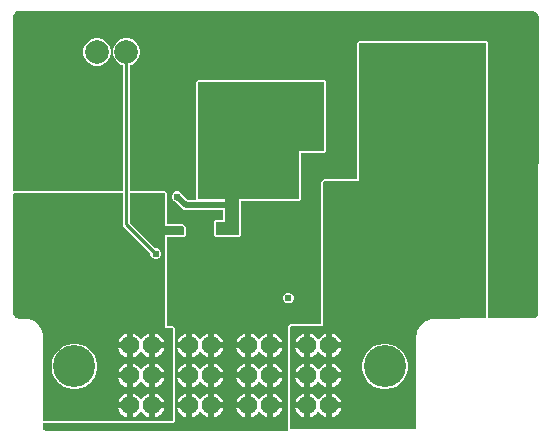
<source format=gbr>
%TF.GenerationSoftware,Altium Limited,Altium Designer,24.2.2 (26)*%
G04 Layer_Physical_Order=4*
G04 Layer_Color=16711680*
%FSLAX45Y45*%
%MOMM*%
%TF.SameCoordinates,3B1DD697-BB8E-4966-B076-04D6E0BCF24A*%
%TF.FilePolarity,Positive*%
%TF.FileFunction,Copper,L4,Bot,Signal*%
%TF.Part,Single*%
G01*
G75*
%TA.AperFunction,Conductor*%
%ADD21C,0.25400*%
%ADD22C,0.50000*%
%TA.AperFunction,ComponentPad*%
%ADD24C,2.54000*%
%ADD25C,2.00000*%
%ADD26C,3.56000*%
%ADD27C,1.56000*%
%TA.AperFunction,ViaPad*%
%ADD28C,1.27000*%
%ADD29C,0.60960*%
%ADD30C,0.71120*%
G36*
X1899920Y1727200D02*
X2051292D01*
X2060228Y1718175D01*
X2059563Y1651000D01*
X1902460D01*
Y862330D01*
X1965960D01*
Y76200D01*
X1899920D01*
X1897380Y73660D01*
X867134D01*
Y788638D01*
X867073Y788943D01*
X867690Y793102D01*
X867200Y803060D01*
X866268Y806783D01*
Y810621D01*
X862382Y830156D01*
X860430Y834869D01*
X859435Y839872D01*
X851813Y858273D01*
X848979Y862515D01*
X847027Y867228D01*
X835961Y883788D01*
X832354Y887396D01*
X829520Y891637D01*
X815437Y905720D01*
X811196Y908554D01*
X807588Y912162D01*
X791028Y923227D01*
X786314Y925180D01*
X782073Y928014D01*
X763672Y935635D01*
X758669Y936631D01*
X753955Y938583D01*
X734421Y942468D01*
X730582D01*
X726859Y943401D01*
X716901Y943890D01*
X715624Y943701D01*
X714358Y943953D01*
X661194D01*
X651572Y945867D01*
X642508Y949621D01*
X634352Y955071D01*
X627415Y962008D01*
X621965Y970165D01*
X618211Y979228D01*
X616297Y988850D01*
Y993755D01*
X616295Y993762D01*
X616297Y993768D01*
X616047Y1997619D01*
X625026Y2006600D01*
X1546313D01*
Y1741743D01*
X1546312Y1741742D01*
X1548481Y1730840D01*
X1554656Y1721598D01*
X1777994Y1498261D01*
Y1483734D01*
X1784955Y1466930D01*
X1797816Y1454068D01*
X1814620Y1447108D01*
X1832808D01*
X1849612Y1454068D01*
X1862473Y1466930D01*
X1869434Y1483734D01*
Y1501922D01*
X1862473Y1518726D01*
X1849612Y1531587D01*
X1832808Y1538548D01*
X1818281D01*
X1603287Y1753542D01*
Y2006600D01*
X1899920D01*
Y1727200D01*
D02*
G37*
G36*
X5008849Y3549926D02*
X5008865Y3549929D01*
X5008880Y3549926D01*
X5014292D01*
X5024908Y3547814D01*
X5034907Y3543672D01*
X5043908Y3537658D01*
X5051562Y3530005D01*
X5057576Y3521004D01*
X5061718Y3511005D01*
X5063829Y3500388D01*
Y3495031D01*
X5061213Y991354D01*
X5061218Y991327D01*
X5061213Y991300D01*
Y986987D01*
X5059530Y978525D01*
X5056228Y970554D01*
X5051435Y963381D01*
X5045334Y957279D01*
X5038161Y952486D01*
X5030190Y949185D01*
X5021729Y947502D01*
X5017414D01*
X5017285Y947476D01*
X5017156Y947501D01*
X4648299Y945657D01*
X4639296Y954616D01*
Y3276600D01*
X4634464Y3288264D01*
X4622800Y3293096D01*
X3543300D01*
X3531636Y3288264D01*
X3526804Y3276600D01*
Y2122156D01*
X3248785Y2122153D01*
X3248777Y2122150D01*
X3248770Y2122153D01*
X3243116Y2119805D01*
X3237121Y2117322D01*
X3237118Y2117315D01*
X3237110Y2117311D01*
X3228138Y2108323D01*
X3228135Y2108316D01*
X3228128Y2108313D01*
X3225624Y2102238D01*
X3223317Y2096655D01*
X3223320Y2096648D01*
X3223317Y2096640D01*
X3225429Y909402D01*
X3216457Y900413D01*
X2968081Y900416D01*
X2956416Y895584D01*
X2947436Y886604D01*
X2942604Y874940D01*
Y7620D01*
X2944636Y2714D01*
X2936790Y-9992D01*
X910348Y-11596D01*
X906128D01*
X897772Y-9934D01*
X889899Y-6673D01*
X882816Y-1940D01*
X876791Y4085D01*
X872056Y11170D01*
X868796Y19041D01*
X867134Y27398D01*
Y57164D01*
X1897380D01*
X1897381Y57164D01*
X1897381D01*
X1903512Y59704D01*
X1965960D01*
X1977624Y64536D01*
X1982456Y76200D01*
Y862330D01*
X1977624Y873994D01*
X1965960Y878826D01*
X1918956D01*
Y1634504D01*
X2059563D01*
X2065328Y1636892D01*
X2071111Y1639221D01*
X2071145Y1639302D01*
X2071227Y1639336D01*
X2073614Y1645099D01*
X2076058Y1650837D01*
X2076723Y1718012D01*
X2076706Y1718053D01*
X2076723Y1718094D01*
X2074343Y1723922D01*
X2072007Y1729723D01*
X2071966Y1729741D01*
X2071950Y1729782D01*
X2063014Y1738806D01*
X2062973Y1738823D01*
X2062956Y1738864D01*
X2057150Y1741269D01*
X2051374Y1743696D01*
X2051333Y1743679D01*
X2051292Y1743696D01*
X1916416D01*
Y2006600D01*
X1911584Y2018264D01*
X1899920Y2023096D01*
X1603287D01*
Y3088728D01*
X1619281Y3093013D01*
X1645559Y3108185D01*
X1667015Y3129641D01*
X1682187Y3155919D01*
X1690040Y3185228D01*
Y3215572D01*
X1682187Y3244881D01*
X1667015Y3271159D01*
X1645559Y3292615D01*
X1619281Y3307787D01*
X1589972Y3315640D01*
X1559628D01*
X1530319Y3307787D01*
X1504041Y3292615D01*
X1482585Y3271159D01*
X1467413Y3244881D01*
X1459560Y3215572D01*
Y3185228D01*
X1467413Y3155919D01*
X1482585Y3129641D01*
X1504041Y3108185D01*
X1530319Y3093013D01*
X1546313Y3088728D01*
Y2023096D01*
X625026D01*
X625017Y2023104D01*
X616038Y2033119D01*
X615674Y3497593D01*
Y3502992D01*
X617785Y3513607D01*
X621928Y3523608D01*
X627941Y3532608D01*
X635595Y3540262D01*
X644595Y3546275D01*
X654596Y3550418D01*
X665212Y3552530D01*
X670593D01*
X5008849Y3549926D01*
D02*
G37*
G36*
X4622800Y945530D02*
X4183121Y943333D01*
X4181985Y943101D01*
X4180837Y943271D01*
X4170879Y942782D01*
X4167156Y941849D01*
X4163317D01*
X4143783Y937964D01*
X4139069Y936012D01*
X4134066Y935016D01*
X4115665Y927395D01*
X4111424Y924561D01*
X4106711Y922608D01*
X4090150Y911543D01*
X4086543Y907936D01*
X4082301Y905102D01*
X4068218Y891018D01*
X4065385Y886777D01*
X4061777Y883169D01*
X4050711Y866609D01*
X4048759Y861895D01*
X4045925Y857654D01*
X4038303Y839253D01*
X4037308Y834250D01*
X4035356Y829537D01*
X4031470Y810002D01*
Y806163D01*
X4030538Y802440D01*
X4030049Y792482D01*
X4030238Y791206D01*
X4029986Y789940D01*
Y35735D01*
X4028072Y26112D01*
X4024317Y17047D01*
X4018867Y8891D01*
X4017596Y7620D01*
X2959100D01*
Y874940D01*
X2968080Y883920D01*
X3241971Y883917D01*
X3239813Y2096669D01*
X3248785Y2105658D01*
X3543300Y2105661D01*
Y3276600D01*
X4622800D01*
Y945530D01*
D02*
G37*
%LPC*%
G36*
X1767310Y817042D02*
X1752799Y813153D01*
X1729221Y799540D01*
X1709970Y780289D01*
X1705060Y771786D01*
X1692360D01*
X1687451Y780289D01*
X1668199Y799540D01*
X1644621Y813153D01*
X1630110Y817042D01*
Y716800D01*
Y616558D01*
X1644621Y620447D01*
X1668199Y634059D01*
X1687451Y653311D01*
X1692360Y661814D01*
X1705060D01*
X1709970Y653311D01*
X1729221Y634059D01*
X1752799Y620447D01*
X1767310Y616558D01*
Y716800D01*
Y817042D01*
D02*
G37*
G36*
X1818110D02*
Y742200D01*
X1892952D01*
X1889064Y756711D01*
X1875451Y780289D01*
X1856199Y799540D01*
X1832621Y813153D01*
X1818110Y817042D01*
D02*
G37*
G36*
X1579310D02*
X1564799Y813153D01*
X1541221Y799540D01*
X1521970Y780289D01*
X1508357Y756711D01*
X1504468Y742200D01*
X1579310D01*
Y817042D01*
D02*
G37*
G36*
X1892952Y691400D02*
X1818110D01*
Y616558D01*
X1832621Y620447D01*
X1856199Y634059D01*
X1875451Y653311D01*
X1889064Y676889D01*
X1892952Y691400D01*
D02*
G37*
G36*
X1579310D02*
X1504468D01*
X1508357Y676889D01*
X1521970Y653311D01*
X1541221Y634059D01*
X1564799Y620447D01*
X1579310Y616558D01*
Y691400D01*
D02*
G37*
G36*
X1767310Y563042D02*
X1752799Y559153D01*
X1729221Y545540D01*
X1709970Y526289D01*
X1705060Y517786D01*
X1692360D01*
X1687451Y526289D01*
X1668199Y545540D01*
X1644621Y559153D01*
X1630110Y563042D01*
Y462800D01*
Y362558D01*
X1644621Y366447D01*
X1668199Y380059D01*
X1687451Y399311D01*
X1692360Y407814D01*
X1705060D01*
X1709970Y399311D01*
X1729221Y380059D01*
X1752799Y366447D01*
X1767310Y362558D01*
Y462800D01*
Y563042D01*
D02*
G37*
G36*
X1818110D02*
Y488200D01*
X1892952D01*
X1889064Y502711D01*
X1875451Y526289D01*
X1856199Y545540D01*
X1832621Y559153D01*
X1818110Y563042D01*
D02*
G37*
G36*
X1579310D02*
X1564799Y559153D01*
X1541221Y545540D01*
X1521970Y526289D01*
X1508357Y502711D01*
X1504468Y488200D01*
X1579310D01*
Y563042D01*
D02*
G37*
G36*
X1892952Y437400D02*
X1818110D01*
Y362558D01*
X1832621Y366447D01*
X1856199Y380059D01*
X1875451Y399311D01*
X1889064Y422889D01*
X1892952Y437400D01*
D02*
G37*
G36*
X1579310D02*
X1504468D01*
X1508357Y422889D01*
X1521970Y399311D01*
X1541221Y380059D01*
X1564799Y366447D01*
X1579310Y362558D01*
Y437400D01*
D02*
G37*
G36*
X1153743Y732040D02*
X1115678D01*
X1078344Y724614D01*
X1043177Y710047D01*
X1011527Y688899D01*
X984611Y661983D01*
X963463Y630334D01*
X948897Y595166D01*
X941470Y557833D01*
Y519768D01*
X948897Y482434D01*
X963463Y447267D01*
X984611Y415617D01*
X1011527Y388701D01*
X1043177Y367553D01*
X1078344Y352986D01*
X1115678Y345560D01*
X1153743D01*
X1191076Y352986D01*
X1226244Y367553D01*
X1257893Y388701D01*
X1284809Y415617D01*
X1305957Y447267D01*
X1320524Y482434D01*
X1327950Y519768D01*
Y557833D01*
X1320524Y595166D01*
X1305957Y630334D01*
X1284809Y661983D01*
X1257893Y688899D01*
X1226244Y710047D01*
X1191076Y724614D01*
X1153743Y732040D01*
D02*
G37*
G36*
X1767310Y309042D02*
X1752799Y305153D01*
X1729221Y291540D01*
X1709970Y272289D01*
X1705060Y263786D01*
X1692360D01*
X1687451Y272289D01*
X1668199Y291540D01*
X1644621Y305153D01*
X1630110Y309042D01*
Y208800D01*
Y108558D01*
X1644621Y112447D01*
X1668199Y126059D01*
X1687451Y145311D01*
X1692360Y153814D01*
X1705060D01*
X1709970Y145311D01*
X1729221Y126059D01*
X1752799Y112447D01*
X1767310Y108558D01*
Y208800D01*
Y309042D01*
D02*
G37*
G36*
X1818110D02*
Y234200D01*
X1892952D01*
X1889064Y248711D01*
X1875451Y272289D01*
X1856199Y291540D01*
X1832621Y305153D01*
X1818110Y309042D01*
D02*
G37*
G36*
X1579310D02*
X1564799Y305153D01*
X1541221Y291540D01*
X1521970Y272289D01*
X1508357Y248711D01*
X1504468Y234200D01*
X1579310D01*
Y309042D01*
D02*
G37*
G36*
X1892952Y183400D02*
X1818110D01*
Y108558D01*
X1832621Y112447D01*
X1856199Y126059D01*
X1875451Y145311D01*
X1889064Y168889D01*
X1892952Y183400D01*
D02*
G37*
G36*
X1579310D02*
X1504468D01*
X1508357Y168889D01*
X1521970Y145311D01*
X1541221Y126059D01*
X1564799Y112447D01*
X1579310Y108558D01*
Y183400D01*
D02*
G37*
G36*
X1339972Y3315640D02*
X1309628D01*
X1280319Y3307787D01*
X1254041Y3292615D01*
X1232585Y3271159D01*
X1217413Y3244881D01*
X1209560Y3215572D01*
Y3185228D01*
X1217413Y3155919D01*
X1232585Y3129641D01*
X1254041Y3108185D01*
X1280319Y3093013D01*
X1309628Y3085160D01*
X1339972D01*
X1369281Y3093013D01*
X1395559Y3108185D01*
X1417015Y3129641D01*
X1432187Y3155919D01*
X1440040Y3185228D01*
Y3215572D01*
X1432187Y3244881D01*
X1417015Y3271159D01*
X1395559Y3292615D01*
X1369281Y3307787D01*
X1339972Y3315640D01*
D02*
G37*
G36*
X3251200Y2962896D02*
X2184400Y2962895D01*
X2172736Y2958063D01*
X2167904Y2946399D01*
Y1955800D01*
X2161375Y1946028D01*
X2094329D01*
X2045550Y1994807D01*
X2042956Y2001071D01*
X2030095Y2013932D01*
X2013291Y2020893D01*
X1995102D01*
X1978298Y2013932D01*
X1965437Y2001071D01*
X1958476Y1984267D01*
Y1966078D01*
X1965437Y1949274D01*
X1978298Y1936413D01*
X1994688Y1929624D01*
X2048323Y1875989D01*
X2061634Y1867095D01*
X2077335Y1863972D01*
X2396504D01*
Y1781796D01*
X2336800D01*
X2325136Y1776964D01*
X2320304Y1765300D01*
Y1651000D01*
X2325136Y1639336D01*
X2336800Y1634504D01*
X2527300D01*
X2538964Y1639336D01*
X2543796Y1651000D01*
Y1939304D01*
X3035300D01*
X3046964Y1944136D01*
X3051796Y1955800D01*
Y2345704D01*
X3251200D01*
X3262864Y2350536D01*
X3267696Y2362200D01*
Y2946400D01*
X3262864Y2958064D01*
X3251200Y2962896D01*
D02*
G37*
G36*
X2955494Y1163320D02*
X2937306D01*
X2920502Y1156359D01*
X2907641Y1143498D01*
X2900680Y1126694D01*
Y1108506D01*
X2907641Y1091702D01*
X2920502Y1078841D01*
X2937306Y1071880D01*
X2955494D01*
X2972298Y1078841D01*
X2985159Y1091702D01*
X2992120Y1108506D01*
Y1126694D01*
X2985159Y1143498D01*
X2972298Y1156359D01*
X2955494Y1163320D01*
D02*
G37*
G36*
X2767310Y817042D02*
X2752799Y813153D01*
X2729221Y799540D01*
X2709970Y780289D01*
X2705060Y771786D01*
X2692360D01*
X2687451Y780289D01*
X2668199Y799540D01*
X2644621Y813153D01*
X2630110Y817042D01*
Y716800D01*
Y616558D01*
X2644621Y620447D01*
X2668199Y634059D01*
X2687451Y653311D01*
X2692360Y661814D01*
X2705060D01*
X2709970Y653311D01*
X2729221Y634059D01*
X2752799Y620447D01*
X2767310Y616558D01*
Y716800D01*
Y817042D01*
D02*
G37*
G36*
X2267310D02*
X2252799Y813153D01*
X2229221Y799540D01*
X2209970Y780289D01*
X2205060Y771786D01*
X2192360D01*
X2187451Y780289D01*
X2168199Y799540D01*
X2144621Y813153D01*
X2130110Y817042D01*
Y716800D01*
Y616558D01*
X2144621Y620447D01*
X2168199Y634059D01*
X2187451Y653311D01*
X2192360Y661814D01*
X2205060D01*
X2209970Y653311D01*
X2229221Y634059D01*
X2252799Y620447D01*
X2267310Y616558D01*
Y716800D01*
Y817042D01*
D02*
G37*
G36*
X2818110D02*
Y742200D01*
X2892952D01*
X2889064Y756711D01*
X2875451Y780289D01*
X2856199Y799540D01*
X2832621Y813153D01*
X2818110Y817042D01*
D02*
G37*
G36*
X2579310D02*
X2564799Y813153D01*
X2541221Y799540D01*
X2521970Y780289D01*
X2508357Y756711D01*
X2504468Y742200D01*
X2579310D01*
Y817042D01*
D02*
G37*
G36*
X2318110D02*
Y742200D01*
X2392952D01*
X2389064Y756711D01*
X2375451Y780289D01*
X2356199Y799540D01*
X2332621Y813153D01*
X2318110Y817042D01*
D02*
G37*
G36*
X2079310D02*
X2064799Y813153D01*
X2041221Y799540D01*
X2021970Y780289D01*
X2008357Y756711D01*
X2004468Y742200D01*
X2079310D01*
Y817042D01*
D02*
G37*
G36*
X2892952Y691400D02*
X2818110D01*
Y616558D01*
X2832621Y620447D01*
X2856199Y634059D01*
X2875451Y653311D01*
X2889064Y676889D01*
X2892952Y691400D01*
D02*
G37*
G36*
X2579310D02*
X2504468D01*
X2508357Y676889D01*
X2521970Y653311D01*
X2541221Y634059D01*
X2564799Y620447D01*
X2579310Y616558D01*
Y691400D01*
D02*
G37*
G36*
X2392952D02*
X2318110D01*
Y616558D01*
X2332621Y620447D01*
X2356199Y634059D01*
X2375451Y653311D01*
X2389064Y676889D01*
X2392952Y691400D01*
D02*
G37*
G36*
X2079310D02*
X2004468D01*
X2008357Y676889D01*
X2021970Y653311D01*
X2041221Y634059D01*
X2064799Y620447D01*
X2079310Y616558D01*
Y691400D01*
D02*
G37*
G36*
X2767310Y563042D02*
X2752799Y559153D01*
X2729221Y545540D01*
X2709970Y526289D01*
X2705060Y517786D01*
X2692360D01*
X2687451Y526289D01*
X2668199Y545540D01*
X2644621Y559153D01*
X2630110Y563042D01*
Y462800D01*
Y362558D01*
X2644621Y366447D01*
X2668199Y380059D01*
X2687451Y399311D01*
X2692360Y407814D01*
X2705060D01*
X2709970Y399311D01*
X2729221Y380059D01*
X2752799Y366447D01*
X2767310Y362558D01*
Y462800D01*
Y563042D01*
D02*
G37*
G36*
X2267310D02*
X2252799Y559153D01*
X2229221Y545540D01*
X2209970Y526289D01*
X2205060Y517786D01*
X2192360D01*
X2187451Y526289D01*
X2168199Y545540D01*
X2144621Y559153D01*
X2130110Y563042D01*
Y462800D01*
Y362558D01*
X2144621Y366447D01*
X2168199Y380059D01*
X2187451Y399311D01*
X2192360Y407814D01*
X2205060D01*
X2209970Y399311D01*
X2229221Y380059D01*
X2252799Y366447D01*
X2267310Y362558D01*
Y462800D01*
Y563042D01*
D02*
G37*
G36*
X2818110D02*
Y488200D01*
X2892952D01*
X2889064Y502711D01*
X2875451Y526289D01*
X2856199Y545540D01*
X2832621Y559153D01*
X2818110Y563042D01*
D02*
G37*
G36*
X2579310D02*
X2564799Y559153D01*
X2541221Y545540D01*
X2521970Y526289D01*
X2508357Y502711D01*
X2504468Y488200D01*
X2579310D01*
Y563042D01*
D02*
G37*
G36*
X2318110D02*
Y488200D01*
X2392952D01*
X2389064Y502711D01*
X2375451Y526289D01*
X2356199Y545540D01*
X2332621Y559153D01*
X2318110Y563042D01*
D02*
G37*
G36*
X2079310D02*
X2064799Y559153D01*
X2041221Y545540D01*
X2021970Y526289D01*
X2008357Y502711D01*
X2004468Y488200D01*
X2079310D01*
Y563042D01*
D02*
G37*
G36*
X2892952Y437400D02*
X2818110D01*
Y362558D01*
X2832621Y366447D01*
X2856199Y380059D01*
X2875451Y399311D01*
X2889064Y422889D01*
X2892952Y437400D01*
D02*
G37*
G36*
X2579310D02*
X2504468D01*
X2508357Y422889D01*
X2521970Y399311D01*
X2541221Y380059D01*
X2564799Y366447D01*
X2579310Y362558D01*
Y437400D01*
D02*
G37*
G36*
X2392952D02*
X2318110D01*
Y362558D01*
X2332621Y366447D01*
X2356199Y380059D01*
X2375451Y399311D01*
X2389064Y422889D01*
X2392952Y437400D01*
D02*
G37*
G36*
X2079310D02*
X2004468D01*
X2008357Y422889D01*
X2021970Y399311D01*
X2041221Y380059D01*
X2064799Y366447D01*
X2079310Y362558D01*
Y437400D01*
D02*
G37*
G36*
X2767310Y309042D02*
X2752799Y305153D01*
X2729221Y291540D01*
X2709970Y272289D01*
X2705060Y263786D01*
X2692360D01*
X2687451Y272289D01*
X2668199Y291540D01*
X2644621Y305153D01*
X2630110Y309042D01*
Y208800D01*
Y108558D01*
X2644621Y112447D01*
X2668199Y126059D01*
X2687451Y145311D01*
X2692360Y153814D01*
X2705060D01*
X2709970Y145311D01*
X2729221Y126059D01*
X2752799Y112447D01*
X2767310Y108558D01*
Y208800D01*
Y309042D01*
D02*
G37*
G36*
X2267310D02*
X2252799Y305153D01*
X2229221Y291540D01*
X2209970Y272289D01*
X2205060Y263786D01*
X2192360D01*
X2187451Y272289D01*
X2168199Y291540D01*
X2144621Y305153D01*
X2130110Y309042D01*
Y208800D01*
Y108558D01*
X2144621Y112447D01*
X2168199Y126059D01*
X2187451Y145311D01*
X2192360Y153814D01*
X2205060D01*
X2209970Y145311D01*
X2229221Y126059D01*
X2252799Y112447D01*
X2267310Y108558D01*
Y208800D01*
Y309042D01*
D02*
G37*
G36*
X2818110D02*
Y234200D01*
X2892952D01*
X2889064Y248711D01*
X2875451Y272289D01*
X2856199Y291540D01*
X2832621Y305153D01*
X2818110Y309042D01*
D02*
G37*
G36*
X2579310D02*
X2564799Y305153D01*
X2541221Y291540D01*
X2521970Y272289D01*
X2508357Y248711D01*
X2504468Y234200D01*
X2579310D01*
Y309042D01*
D02*
G37*
G36*
X2318110D02*
Y234200D01*
X2392952D01*
X2389064Y248711D01*
X2375451Y272289D01*
X2356199Y291540D01*
X2332621Y305153D01*
X2318110Y309042D01*
D02*
G37*
G36*
X2079310D02*
X2064799Y305153D01*
X2041221Y291540D01*
X2021970Y272289D01*
X2008357Y248711D01*
X2004468Y234200D01*
X2079310D01*
Y309042D01*
D02*
G37*
G36*
X2892952Y183400D02*
X2818110D01*
Y108558D01*
X2832621Y112447D01*
X2856199Y126059D01*
X2875451Y145311D01*
X2889064Y168889D01*
X2892952Y183400D01*
D02*
G37*
G36*
X2579310D02*
X2504468D01*
X2508357Y168889D01*
X2521970Y145311D01*
X2541221Y126059D01*
X2564799Y112447D01*
X2579310Y108558D01*
Y183400D01*
D02*
G37*
G36*
X2392952D02*
X2318110D01*
Y108558D01*
X2332621Y112447D01*
X2356199Y126059D01*
X2375451Y145311D01*
X2389064Y168889D01*
X2392952Y183400D01*
D02*
G37*
G36*
X2079310D02*
X2004468D01*
X2008357Y168889D01*
X2021970Y145311D01*
X2041221Y126059D01*
X2064799Y112447D01*
X2079310Y108558D01*
Y183400D01*
D02*
G37*
%LPD*%
G36*
X3251200Y2362200D02*
X3035300D01*
Y1955800D01*
X2527300D01*
Y1651000D01*
X2336800D01*
Y1765300D01*
X2413000D01*
Y1955800D01*
X2184400D01*
Y2946399D01*
X3251200Y2946400D01*
Y2362200D01*
D02*
G37*
%LPC*%
G36*
X3267310Y817042D02*
X3252799Y813153D01*
X3229221Y799540D01*
X3209970Y780289D01*
X3205060Y771786D01*
X3192360D01*
X3187451Y780289D01*
X3168199Y799540D01*
X3144621Y813153D01*
X3130110Y817042D01*
Y716800D01*
Y616558D01*
X3144621Y620447D01*
X3168199Y634059D01*
X3187451Y653311D01*
X3192360Y661814D01*
X3205060D01*
X3209970Y653311D01*
X3229221Y634059D01*
X3252799Y620447D01*
X3267310Y616558D01*
Y716800D01*
Y817042D01*
D02*
G37*
G36*
X3318110D02*
Y742200D01*
X3392952D01*
X3389064Y756711D01*
X3375451Y780289D01*
X3356199Y799540D01*
X3332621Y813153D01*
X3318110Y817042D01*
D02*
G37*
G36*
X3079310D02*
X3064799Y813153D01*
X3041221Y799540D01*
X3021970Y780289D01*
X3008357Y756711D01*
X3004468Y742200D01*
X3079310D01*
Y817042D01*
D02*
G37*
G36*
X3392952Y691400D02*
X3318110D01*
Y616558D01*
X3332621Y620447D01*
X3356199Y634059D01*
X3375451Y653311D01*
X3389064Y676889D01*
X3392952Y691400D01*
D02*
G37*
G36*
X3079310D02*
X3004468D01*
X3008357Y676889D01*
X3021970Y653311D01*
X3041221Y634059D01*
X3064799Y620447D01*
X3079310Y616558D01*
Y691400D01*
D02*
G37*
G36*
X3267310Y563042D02*
X3252799Y559153D01*
X3229221Y545540D01*
X3209970Y526289D01*
X3205060Y517786D01*
X3192360D01*
X3187451Y526289D01*
X3168199Y545540D01*
X3144621Y559153D01*
X3130110Y563042D01*
Y462800D01*
Y362558D01*
X3144621Y366447D01*
X3168199Y380059D01*
X3187451Y399311D01*
X3192360Y407814D01*
X3205060D01*
X3209970Y399311D01*
X3229221Y380059D01*
X3252799Y366447D01*
X3267310Y362558D01*
Y462800D01*
Y563042D01*
D02*
G37*
G36*
X3318110D02*
Y488200D01*
X3392952D01*
X3389064Y502711D01*
X3375451Y526289D01*
X3356199Y545540D01*
X3332621Y559153D01*
X3318110Y563042D01*
D02*
G37*
G36*
X3079310D02*
X3064799Y559153D01*
X3041221Y545540D01*
X3021970Y526289D01*
X3008357Y502711D01*
X3004468Y488200D01*
X3079310D01*
Y563042D01*
D02*
G37*
G36*
X3392952Y437400D02*
X3318110D01*
Y362558D01*
X3332621Y366447D01*
X3356199Y380059D01*
X3375451Y399311D01*
X3389064Y422889D01*
X3392952Y437400D01*
D02*
G37*
G36*
X3079310D02*
X3004468D01*
X3008357Y422889D01*
X3021970Y399311D01*
X3041221Y380059D01*
X3064799Y366447D01*
X3079310Y362558D01*
Y437400D01*
D02*
G37*
G36*
X3781742Y732040D02*
X3743678D01*
X3706344Y724614D01*
X3671177Y710047D01*
X3639527Y688899D01*
X3612611Y661983D01*
X3591463Y630334D01*
X3576896Y595166D01*
X3569470Y557833D01*
Y519768D01*
X3576896Y482434D01*
X3591463Y447267D01*
X3612611Y415617D01*
X3639527Y388701D01*
X3671177Y367553D01*
X3706344Y352986D01*
X3743678Y345560D01*
X3781742D01*
X3819076Y352986D01*
X3854243Y367553D01*
X3885893Y388701D01*
X3912809Y415617D01*
X3933957Y447267D01*
X3948524Y482434D01*
X3955950Y519768D01*
Y557833D01*
X3948524Y595166D01*
X3933957Y630334D01*
X3912809Y661983D01*
X3885893Y688899D01*
X3854243Y710047D01*
X3819076Y724614D01*
X3781742Y732040D01*
D02*
G37*
G36*
X3267310Y309042D02*
X3252799Y305153D01*
X3229221Y291540D01*
X3209970Y272289D01*
X3205060Y263786D01*
X3192360D01*
X3187451Y272289D01*
X3168199Y291540D01*
X3144621Y305153D01*
X3130110Y309042D01*
Y208800D01*
Y108558D01*
X3144621Y112447D01*
X3168199Y126059D01*
X3187451Y145311D01*
X3192360Y153814D01*
X3205060D01*
X3209970Y145311D01*
X3229221Y126059D01*
X3252799Y112447D01*
X3267310Y108558D01*
Y208800D01*
Y309042D01*
D02*
G37*
G36*
X3318110D02*
Y234200D01*
X3392952D01*
X3389064Y248711D01*
X3375451Y272289D01*
X3356199Y291540D01*
X3332621Y305153D01*
X3318110Y309042D01*
D02*
G37*
G36*
X3079310D02*
X3064799Y305153D01*
X3041221Y291540D01*
X3021970Y272289D01*
X3008357Y248711D01*
X3004468Y234200D01*
X3079310D01*
Y309042D01*
D02*
G37*
G36*
X3392952Y183400D02*
X3318110D01*
Y108558D01*
X3332621Y112447D01*
X3356199Y126059D01*
X3375451Y145311D01*
X3389064Y168889D01*
X3392952Y183400D01*
D02*
G37*
G36*
X3079310D02*
X3004468D01*
X3008357Y168889D01*
X3021970Y145311D01*
X3041221Y126059D01*
X3064799Y112447D01*
X3079310Y108558D01*
Y183400D01*
D02*
G37*
%LPD*%
D21*
X1574800Y1741742D02*
Y3200400D01*
Y1741742D02*
X1823714Y1492828D01*
D22*
X2077335Y1905000D02*
X2463800D01*
X2007162Y1975173D02*
X2077335Y1905000D01*
X2004196Y1975173D02*
X2007162D01*
D24*
X1295400Y2590800D02*
D03*
X2603500Y3111500D02*
D03*
X4064000Y1094740D02*
D03*
X825500Y1206500D02*
D03*
D25*
X1324800Y3200400D02*
D03*
X1574800D02*
D03*
X1824800D02*
D03*
D26*
X3762710Y538800D02*
D03*
X1134710D02*
D03*
D27*
X1792710Y208800D02*
D03*
X1604710D02*
D03*
X1792710Y462800D02*
D03*
X1604710D02*
D03*
X1792710Y716800D02*
D03*
X1604710D02*
D03*
X3292710Y208800D02*
D03*
X3104710D02*
D03*
X3292710Y462800D02*
D03*
X3104710D02*
D03*
X3292710Y716800D02*
D03*
X3104710D02*
D03*
X2792710Y208800D02*
D03*
X2604710D02*
D03*
X2792710Y462800D02*
D03*
X2604710D02*
D03*
X2792710Y716800D02*
D03*
X2604710D02*
D03*
X2292710Y208800D02*
D03*
X2104710D02*
D03*
X2292710Y462800D02*
D03*
X2104710D02*
D03*
X2292710Y716800D02*
D03*
X2104710D02*
D03*
D28*
X4883150Y3238500D02*
D03*
Y1333500D02*
D03*
X4724400Y1016000D02*
D03*
X3295650Y3238500D02*
D03*
X3454400Y2921000D02*
D03*
Y2286000D02*
D03*
X2978150Y3238500D02*
D03*
X3136900Y1651000D02*
D03*
X2819400Y1016000D02*
D03*
X2343150Y3238500D02*
D03*
X2501900Y1016000D02*
D03*
X2025650Y3238500D02*
D03*
X1866900Y2921000D02*
D03*
X1708150Y2603500D02*
D03*
X1866900Y2286000D02*
D03*
X1073150Y3238500D02*
D03*
X1231900Y2921000D02*
D03*
X755650Y3238500D02*
D03*
X914400Y2921000D02*
D03*
X1574800Y1574800D02*
D03*
X2336800Y2057400D02*
D03*
X4978400Y3098800D02*
D03*
Y2794000D02*
D03*
Y2057400D02*
D03*
Y2413000D02*
D03*
X4846398Y1143628D02*
D03*
X4839863Y1622919D02*
D03*
X4445000Y1079500D02*
D03*
Y1460500D02*
D03*
X4064000Y3048000D02*
D03*
X3683000D02*
D03*
X3810000Y127000D02*
D03*
X3556000D02*
D03*
X1333500Y190500D02*
D03*
X1016000D02*
D03*
X1587500Y952500D02*
D03*
X1206500D02*
D03*
X825500Y1587500D02*
D03*
X1206500D02*
D03*
Y1270000D02*
D03*
X1587500D02*
D03*
X3683000Y2667000D02*
D03*
X4064000Y2286000D02*
D03*
X3683000D02*
D03*
X4064000Y1841500D02*
D03*
Y1460500D02*
D03*
X3683000Y1841500D02*
D03*
Y1460500D02*
D03*
Y1016000D02*
D03*
X2895600Y2082800D02*
D03*
X2616200Y2057400D02*
D03*
Y2819400D02*
D03*
D29*
X2004196Y1975173D02*
D03*
X1823714Y1492828D02*
D03*
X2946400Y1117600D02*
D03*
X2463800Y1905000D02*
D03*
D30*
X2266460Y1508760D02*
D03*
X2142260D02*
D03*
X2266460Y1610360D02*
D03*
X2142260D02*
D03*
X2266460Y1711960D02*
D03*
X2142260D02*
D03*
%TF.MD5,8973e280f45f181b8a7b4481b5f8f2ac*%
M02*

</source>
